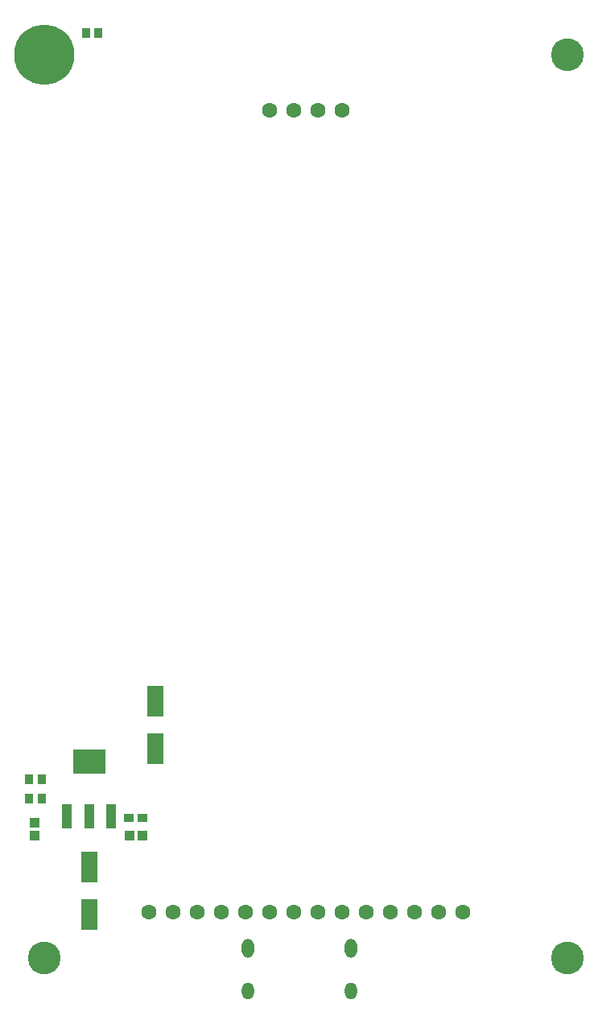
<source format=gts>
G04*
G04 #@! TF.GenerationSoftware,Altium Limited,Altium Designer,22.11.1 (43)*
G04*
G04 Layer_Color=8388736*
%FSLAX25Y25*%
%MOIN*%
G70*
G04*
G04 #@! TF.SameCoordinates,7BB429F2-FF7E-428E-A6CD-161F701D5EA8*
G04*
G04*
G04 #@! TF.FilePolarity,Negative*
G04*
G01*
G75*
%ADD21R,0.03963X0.03812*%
%ADD23R,0.06699X0.12998*%
%ADD24R,0.04337X0.09849*%
%ADD25R,0.13392X0.09849*%
%ADD26R,0.04337X0.03943*%
%ADD27R,0.03747X0.04140*%
%ADD28R,0.03943X0.04337*%
%ADD29C,0.06306*%
%ADD30O,0.05124X0.07093*%
%ADD31O,0.05124X0.07880*%
%ADD32C,0.13543*%
%ADD33C,0.24961*%
D21*
X54642Y77684D02*
D03*
X60358D02*
D03*
D23*
X65557Y125842D02*
D03*
Y106158D02*
D03*
X38170Y37657D02*
D03*
Y57342D02*
D03*
D24*
X29115Y78213D02*
D03*
X38170D02*
D03*
X47225D02*
D03*
D25*
X38170Y101047D02*
D03*
D26*
X15716Y75646D02*
D03*
Y70331D02*
D03*
D27*
X13472Y93464D02*
D03*
X18590D02*
D03*
X13472Y85508D02*
D03*
X18590D02*
D03*
X42095Y402757D02*
D03*
X36977D02*
D03*
D28*
X55133Y70292D02*
D03*
X60448D02*
D03*
D29*
X142951Y370469D02*
D03*
X132951D02*
D03*
X122951D02*
D03*
X112951D02*
D03*
X122951Y38581D02*
D03*
X132951D02*
D03*
X182951D02*
D03*
X142951D02*
D03*
X152951D02*
D03*
X172951D02*
D03*
X192951D02*
D03*
X162951D02*
D03*
X62951D02*
D03*
X82951D02*
D03*
X102951D02*
D03*
X72951D02*
D03*
X92951D02*
D03*
X112951D02*
D03*
D30*
X103997Y5913D02*
D03*
X146714D02*
D03*
D31*
X103997Y23630D02*
D03*
X146714D02*
D03*
D32*
X19685Y19685D02*
D03*
X236221D02*
D03*
Y393701D02*
D03*
D33*
X19685D02*
D03*
M02*

</source>
